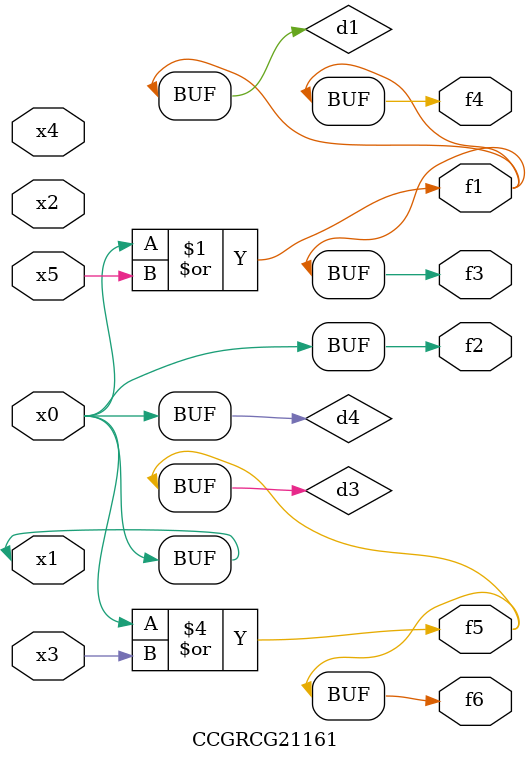
<source format=v>
module CCGRCG21161(
	input x0, x1, x2, x3, x4, x5,
	output f1, f2, f3, f4, f5, f6
);

	wire d1, d2, d3, d4;

	or (d1, x0, x5);
	xnor (d2, x1, x4);
	or (d3, x0, x3);
	buf (d4, x0, x1);
	assign f1 = d1;
	assign f2 = d4;
	assign f3 = d1;
	assign f4 = d1;
	assign f5 = d3;
	assign f6 = d3;
endmodule

</source>
